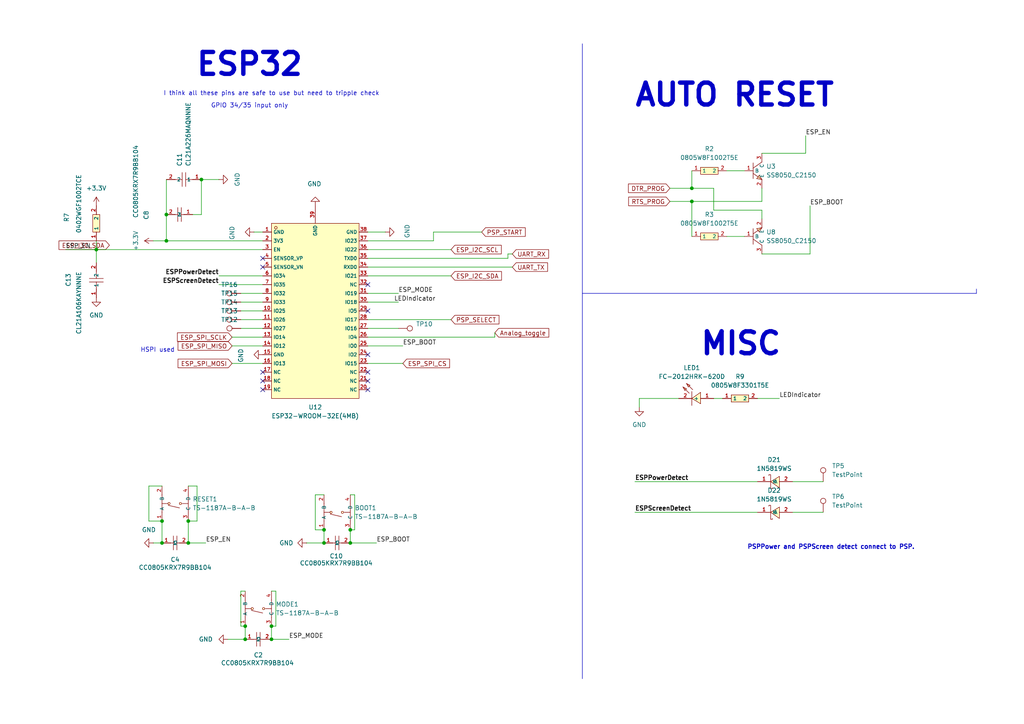
<source format=kicad_sch>
(kicad_sch (version 20231120) (generator "eeschema") (generator_version "8.0")
  (paper "A4")
  (title_block (title "PSP-Bluetooth") (date "2024-07-25") (rev "0.1") (comment 2 "https://github.com/ste2425/PSP-Bluetooth") (comment 4 "UNDER REVIEW - SUBJECT TO CHANGE"))
  (lib_symbols
    (symbol "Connector:TestPoint" (pin_numbers hide) (pin_names (offset 0.762) hide)
      (property "Reference" "TP" (at 0 6.858 0))
      (property "Value" "TestPoint" (at 0 5.08 0))
      (symbol "TestPoint_0_1"
        (circle (center 0 3.302) (radius 0.762))
      )
      (symbol "TestPoint_1_1"
        (pin passive line (at 0 0 90) (length 2.54) (name "1") (number "1"))
      )
    )
    (symbol "JLCPCB_schematic:0402WGF1002TCE"
      (property "Reference" "R" (at 0 1.27 0))
      (property "Value" "0402WGF1002TCE" (at 0 -2.54 0))
      (symbol "0402WGF1002TCE_0_1"
        (rectangle (start -2.54 1.016) (end 2.54 -1.016) (fill (type background)))
        (pin input line (at -5.08 0 0) (length 2.54) (name "1") (number "1"))
        (pin input line (at 5.08 0 180) (length 2.54) (name "2") (number "2"))
      )
    )
    (symbol "JLCPCB_schematic:0805W8F1002T5E"
      (property "Reference" "R" (at 0 1.27 0))
      (property "Value" "0805W8F1002T5E" (at 0 -2.54 0))
      (symbol "0805W8F1002T5E_0_1"
        (rectangle (start -2.54 1.016) (end 2.54 -1.016) (fill (type background)))
        (pin input line (at -5.08 0 0) (length 2.54) (name "1") (number "1"))
        (pin input line (at 5.08 0 180) (length 2.54) (name "2") (number "2"))
      )
    )
    (symbol "JLCPCB_schematic:0805W8F3301T5E"
      (property "Reference" "R" (at 0 1.27 0))
      (property "Value" "0805W8F3301T5E" (at 0 -2.54 0))
      (symbol "0805W8F3301T5E_0_1"
        (rectangle (start -2.54 1.016) (end 2.54 -1.016) (fill (type background)))
        (pin input line (at -5.08 0 0) (length 2.54) (name "1") (number "1"))
        (pin input line (at 5.08 0 180) (length 2.54) (name "2") (number "2"))
      )
    )
    (symbol "JLCPCB_schematic:1N5819WS"
      (property "Reference" "D" (at 0 1.27 0))
      (property "Value" "1N5819WS" (at 0 -2.54 0))
      (symbol "1N5819WS_0_1"
        (polyline (pts (xy -1.27 0) (xy -1.27 -2.032) (xy -0.762 -2.032) (xy -0.762 -1.778)))
        (polyline (pts (xy -1.27 0) (xy -1.27 2.032) (xy -1.778 2.032) (xy -1.778 1.778)))
        (polyline (pts (xy 1.27 1.524) (xy -1.27 0) (xy 1.27 -1.778) (xy 1.27 1.524)) (fill (type background)))
        (pin unspecified line (at -5.08 0 0) (length 3.81) (name "K") (number "1"))
        (pin unspecified line (at 5.08 0 180) (length 3.81) (name "A") (number "2"))
      )
    )
    (symbol "JLCPCB_schematic:CC0805KRX7R9BB104"
      (property "Reference" "C" (at 0 1.27 0))
      (property "Value" "CC0805KRX7R9BB104" (at 0 -2.54 0))
      (symbol "CC0805KRX7R9BB104_0_1"
        (polyline (pts (xy -1.27 0) (xy -0.508 0)))
        (polyline (pts (xy -0.508 2.032) (xy -0.508 -2.032)))
        (polyline (pts (xy 0.508 0) (xy 1.27 0)))
        (polyline (pts (xy 0.508 2.032) (xy 0.508 -2.032)))
        (pin input line (at -3.81 0 0) (length 2.54) (name "1") (number "1"))
        (pin input line (at 3.81 0 180) (length 2.54) (name "2") (number "2"))
      )
    )
    (symbol "JLCPCB_schematic:CL21A106KAYNNNE"
      (property "Reference" "C" (at 0 1.27 0))
      (property "Value" "CL21A106KAYNNNE" (at 0 -2.54 0))
      (symbol "CL21A106KAYNNNE_0_1"
        (polyline (pts (xy -0.508 -2.032) (xy -0.508 2.032)))
        (polyline (pts (xy -0.508 0) (xy -2.54 0)))
        (polyline (pts (xy 0.508 2.032) (xy 0.508 -2.032)))
        (polyline (pts (xy 2.54 0) (xy 0.508 0)))
        (pin unspecified line (at -5.08 0 0) (length 2.54) (name "1") (number "1"))
        (pin unspecified line (at 5.08 0 180) (length 2.54) (name "2") (number "2"))
      )
    )
    (symbol "JLCPCB_schematic:CL21A226MAQNNNE"
      (property "Reference" "C" (at 0 1.27 0))
      (property "Value" "CL21A226MAQNNNE" (at 0 -2.54 0))
      (symbol "CL21A226MAQNNNE_0_1"
        (polyline (pts (xy -0.508 -2.032) (xy -0.508 2.032)))
        (polyline (pts (xy -0.508 0) (xy -2.54 0)))
        (polyline (pts (xy 0.508 2.032) (xy 0.508 -2.032)))
        (polyline (pts (xy 2.54 0) (xy 0.508 0)))
        (pin unspecified line (at -5.08 0 0) (length 2.54) (name "1") (number "1"))
        (pin unspecified line (at 5.08 0 180) (length 2.54) (name "2") (number "2"))
      )
    )
    (symbol "JLCPCB_schematic:ESP32-WROOM-32E(4MB)"
      (property "Reference" "U" (at 0 1.27 0))
      (property "Value" "ESP32-WROOM-32E(4MB)" (at 0 -2.54 0))
      (symbol "ESP32-WROOM-32E(4MB)_0_1"
        (rectangle (start -12.7 25.4001) (end 12.7 -25.4001) (fill (type background)))
        (circle (center -11.43 24.13) (radius 0.381) (fill (type background)))
        (pin unspecified line (at -15.24 22.86 0) (length 2.54) (name "GND") (number "1"))
        (pin unspecified line (at -15.24 0 0) (length 2.54) (name "IO25") (number "10"))
        (pin unspecified line (at -15.24 -2.54 0) (length 2.54) (name "IO26") (number "11"))
        (pin unspecified line (at -15.24 -5.08 0) (length 2.54) (name "IO27") (number "12"))
        (pin unspecified line (at -15.24 -7.62 0) (length 2.54) (name "IO14") (number "13"))
        (pin unspecified line (at -15.24 -10.16 0) (length 2.54) (name "IO12") (number "14"))
        (pin unspecified line (at -15.24 -12.7 0) (length 2.54) (name "GND") (number "15"))
        (pin unspecified line (at -15.24 -15.24 0) (length 2.54) (name "IO13") (number "16"))
        (pin unspecified line (at -15.24 -17.78 0) (length 2.54) (name "NC") (number "17"))
        (pin unspecified line (at -15.24 -20.32 0) (length 2.54) (name "NC") (number "18"))
        (pin unspecified line (at -15.24 -22.86 0) (length 2.54) (name "NC") (number "19"))
        (pin unspecified line (at -15.24 20.32 0) (length 2.54) (name "3V3") (number "2"))
        (pin unspecified line (at 15.24 -22.86 180) (length 2.54) (name "NC") (number "20"))
        (pin unspecified line (at 15.24 -20.32 180) (length 2.54) (name "NC") (number "21"))
        (pin unspecified line (at 15.24 -17.78 180) (length 2.54) (name "NC") (number "22"))
        (pin unspecified line (at 15.24 -15.24 180) (length 2.54) (name "IO15") (number "23"))
        (pin unspecified line (at 15.24 -12.7 180) (length 2.54) (name "IO2") (number "24"))
        (pin unspecified line (at 15.24 -10.16 180) (length 2.54) (name "IO0") (number "25"))
        (pin unspecified line (at 15.24 -7.62 180) (length 2.54) (name "IO4") (number "26"))
        (pin unspecified line (at 15.24 -5.08 180) (length 2.54) (name "IO16") (number "27"))
        (pin unspecified line (at 15.24 -2.54 180) (length 2.54) (name "IO17") (number "28"))
        (pin unspecified line (at 15.24 0 180) (length 2.54) (name "IO5") (number "29"))
        (pin unspecified line (at -15.24 17.78 0) (length 2.54) (name "EN") (number "3"))
        (pin unspecified line (at 15.24 2.54 180) (length 2.54) (name "IO18") (number "30"))
        (pin unspecified line (at 15.24 5.08 180) (length 2.54) (name "IO19") (number "31"))
        (pin unspecified line (at 15.24 7.62 180) (length 2.54) (name "NC") (number "32"))
        (pin unspecified line (at 15.24 10.16 180) (length 2.54) (name "IO21") (number "33"))
        (pin unspecified line (at 15.24 12.7 180) (length 2.54) (name "RXD0") (number "34"))
        (pin unspecified line (at 15.24 15.24 180) (length 2.54) (name "TXD0") (number "35"))
        (pin unspecified line (at 15.24 17.78 180) (length 2.54) (name "IO22") (number "36"))
        (pin unspecified line (at 15.24 20.32 180) (length 2.54) (name "IO23") (number "37"))
        (pin unspecified line (at 15.24 22.86 180) (length 2.54) (name "GND") (number "38"))
        (pin unspecified line (at 0 30.48 270) (length 5.08) (name "GND") (number "39"))
        (pin unspecified line (at -15.24 15.24 0) (length 2.54) (name "SENSOR_VP") (number "4"))
        (pin unspecified line (at -15.24 12.7 0) (length 2.54) (name "SENSOR_VN") (number "5"))
        (pin unspecified line (at -15.24 10.16 0) (length 2.54) (name "IO34") (number "6"))
        (pin unspecified line (at -15.24 7.62 0) (length 2.54) (name "IO35") (number "7"))
        (pin unspecified line (at -15.24 5.08 0) (length 2.54) (name "IO32") (number "8"))
        (pin unspecified line (at -15.24 2.54 0) (length 2.54) (name "IO33") (number "9"))
      )
    )
    (symbol "JLCPCB_schematic:FC-2012HRK-620D"
      (property "Reference" "LED" (at 0 1.27 0))
      (property "Value" "FC-2012HRK-620D" (at 0 -2.54 0))
      (symbol "FC-2012HRK-620D_0_1"
        (polyline (pts (xy -2.032 1.524) (xy -3.81 3.302)))
        (polyline (pts (xy -1.27 2.032) (xy -1.27 -2.032)))
        (polyline (pts (xy -1.016 2.54) (xy -2.794 4.318)))
        (polyline (pts (xy -3.81 3.302) (xy -2.794 2.794) (xy -3.302 2.286) (xy -3.81 3.302)) (fill (type background)))
        (polyline (pts (xy -2.794 4.318) (xy -1.778 3.81) (xy -2.286 3.302) (xy -2.794 4.318)) (fill (type background)))
        (polyline (pts (xy 1.27 -1.524) (xy -1.27 0) (xy 1.27 1.778) (xy 1.27 -1.524)) (fill (type background)))
        (pin unspecified line (at 5.08 0 180) (length 3.81) (name "+") (number "1"))
        (pin unspecified line (at -5.08 0 0) (length 3.81) (name "-") (number "2"))
      )
    )
    (symbol "JLCPCB_schematic:SS8050_C2150"
      (property "Reference" "U" (at 0 1.27 0))
      (property "Value" "SS8050_C2150" (at 0 -2.54 0))
      (symbol "SS8050_C2150_0_1"
        (polyline (pts (xy -2.54 -0.762) (xy 0 -2.54)))
        (polyline (pts (xy -2.54 2.286) (xy -2.54 -2.286)))
        (polyline (pts (xy 0 2.54) (xy -2.54 0.762)))
        (polyline (pts (xy 0 -2.54) (xy -0.762 -1.27) (xy -1.524 -2.286) (xy 0 -2.54)) (fill (type background)))
        (pin unspecified line (at -5.08 0 0) (length 2.54) (name "B") (number "1"))
        (pin unspecified line (at 0 -5.08 90) (length 2.54) (name "E") (number "2"))
        (pin unspecified line (at 0 5.08 270) (length 2.54) (name "C") (number "3"))
      )
    )
    (symbol "JLCPCB_schematic:TS-1187A-B-A-B"
      (property "Reference" "U" (at 0 1.27 0))
      (property "Value" "TS-1187A-B-A-B" (at 0 -2.54 0))
      (symbol "TS-1187A-B-A-B_0_1"
        (circle (center 0 -2.794) (radius 0.3175) (fill (type background)))
        (polyline (pts (xy -2.54 -5.08) (xy 2.54 -5.08)))
        (polyline (pts (xy -2.54 2.54) (xy 2.54 2.54)))
        (polyline (pts (xy -0.508 0.762) (xy -1.27 -2.54)))
        (polyline (pts (xy 0 -3.302) (xy 0 -5.08)))
        (polyline (pts (xy 0 0.762) (xy 0 2.54)))
        (circle (center 0 0.508) (radius 0.3175) (fill (type background)))
        (pin unspecified line (at -5.08 2.54 0) (length 2.54) (name "A") (number "1"))
        (pin unspecified line (at 5.08 2.54 180) (length 2.54) (name "B") (number "2"))
        (pin unspecified line (at -5.08 -5.08 0) (length 2.54) (name "C") (number "3"))
        (pin unspecified line (at 5.08 -5.08 180) (length 2.54) (name "D") (number "4"))
      )
    )
    (symbol "power:+3.3V" (power) (pin_numbers hide) (pin_names (offset 0) hide)
      (property "Value" "+3.3V" (at 0 3.556 0))
      (symbol "+3.3V_0_1"
        (polyline (pts (xy -0.762 1.27) (xy 0 2.54)))
        (polyline (pts (xy 0 0) (xy 0 2.54)))
        (polyline (pts (xy 0 2.54) (xy 0.762 1.27)))
      )
      (symbol "+3.3V_1_1"
        (pin power_in line (at 0 0 90) (length 0) (name "~") (number "1"))
      )
    )
    (symbol "power:GND" (power) (pin_numbers hide) (pin_names (offset 0) hide)
      (property "Value" "GND" (at 0 -3.81 0))
      (symbol "GND_0_1"
        (polyline (pts (xy 0 0) (xy 0 -1.27) (xy 1.27 -1.27) (xy 0 -2.54) (xy -1.27 -1.27) (xy 0 -1.27)))
      )
      (symbol "GND_1_1"
        (pin power_in line (at 0 0 270) (length 0) (name "~") (number "1"))
      )
    )
  )
  (junction (at 101.6 157.48))
  (junction (at 54.61 151.13))
  (junction (at 48.26 62.23))
  (junction (at 200.66 54.61))
  (junction (at 48.26 69.85))
  (junction (at 200.66 58.42))
  (junction (at 27.94 72.39))
  (junction (at 46.99 157.48))
  (junction (at 93.98 153.67))
  (junction (at 78.74 181.61))
  (junction (at 71.12 185.42))
  (junction (at 46.99 151.13))
  (junction (at 71.12 181.61))
  (junction (at 54.61 157.48))
  (junction (at 93.98 157.48))
  (junction (at 58.42 52.07))
  (junction (at 78.74 185.42))
  (junction (at 101.6 153.67))
  (no_connect (at 106.68 107.95))
  (no_connect (at 106.68 113.03))
  (no_connect (at 106.68 110.49))
  (no_connect (at 76.2 107.95))
  (no_connect (at 76.2 74.93))
  (no_connect (at 106.68 90.17))
  (no_connect (at 76.2 110.49))
  (no_connect (at 76.2 113.03))
  (no_connect (at 106.68 82.55))
  (no_connect (at 106.68 102.87))
  (no_connect (at 76.2 77.47))
  (wire (pts (xy 106.68 100.33) (xy 116.84 100.33)))
  (wire (pts (xy 80.01 181.61) (xy 78.74 181.61)))
  (wire (pts (xy 54.61 151.13) (xy 54.61 157.48)))
  (wire (pts (xy 196.85 115.57) (xy 185.42 115.57)))
  (wire (pts (xy 46.99 140.97) (xy 43.18 140.97)))
  (wire (pts (xy 220.98 58.42) (xy 220.98 54.61)))
  (wire (pts (xy 27.94 72.39) (xy 76.2 72.39)))
  (wire (pts (xy 58.42 52.07) (xy 58.42 62.23)))
  (wire (pts (xy 43.18 140.97) (xy 43.18 151.13)))
  (wire (pts (xy 71.12 181.61) (xy 71.12 185.42)))
  (wire (pts (xy 106.68 67.31) (xy 111.76 67.31)))
  (wire (pts (xy 63.5 82.55) (xy 76.2 82.55)))
  (wire (pts (xy 101.6 153.67) (xy 101.6 157.48)))
  (wire (pts (xy 91.44 153.67) (xy 93.98 153.67)))
  (wire (pts (xy 80.01 171.45) (xy 80.01 181.61)))
  (wire (pts (xy 185.42 115.57) (xy 185.42 118.11)))
  (polyline (pts (xy 168.91 85.09) (xy 283.21 85.09)))
  (wire (pts (xy 44.45 69.85) (xy 48.26 69.85)))
  (wire (pts (xy 210.82 49.53) (xy 215.9 49.53)))
  (wire (pts (xy 207.01 54.61) (xy 207.01 60.96)))
  (wire (pts (xy 220.98 44.45) (xy 233.68 44.45)))
  (wire (pts (xy 106.68 95.25) (xy 115.57 95.25)))
  (wire (pts (xy 67.31 100.33) (xy 76.2 100.33)))
  (wire (pts (xy 27.94 69.85) (xy 27.94 72.39)))
  (wire (pts (xy 200.66 54.61) (xy 207.01 54.61)))
  (wire (pts (xy 106.68 105.41) (xy 116.84 105.41)))
  (wire (pts (xy 207.01 60.96) (xy 220.98 60.96)))
  (wire (pts (xy 106.68 72.39) (xy 130.81 72.39)))
  (wire (pts (xy 106.68 85.09) (xy 115.57 85.09)))
  (wire (pts (xy 194.31 54.61) (xy 200.66 54.61)))
  (wire (pts (xy 69.85 181.61) (xy 71.12 181.61)))
  (wire (pts (xy 102.87 153.67) (xy 101.6 153.67)))
  (wire (pts (xy 78.74 181.61) (xy 78.74 185.42)))
  (wire (pts (xy 46.99 151.13) (xy 46.99 157.48)))
  (wire (pts (xy 76.2 69.85) (xy 48.26 69.85)))
  (wire (pts (xy 67.31 97.79) (xy 76.2 97.79)))
  (wire (pts (xy 101.6 143.51) (xy 102.87 143.51)))
  (wire (pts (xy 44.45 157.48) (xy 46.99 157.48)))
  (polyline (pts (xy 168.91 12.7) (xy 168.91 196.85)))
  (wire (pts (xy 220.98 73.66) (xy 234.95 73.66)))
  (wire (pts (xy 69.85 95.25) (xy 76.2 95.25)))
  (wire (pts (xy 48.26 62.23) (xy 48.26 52.07)))
  (wire (pts (xy 69.85 90.17) (xy 76.2 90.17)))
  (wire (pts (xy 73.66 67.31) (xy 76.2 67.31)))
  (polyline (pts (xy 283.21 83.82) (xy 283.21 85.09)))
  (wire (pts (xy 106.68 77.47) (xy 148.59 77.47)))
  (wire (pts (xy 106.68 92.71) (xy 130.81 92.71)))
  (wire (pts (xy 194.31 58.42) (xy 200.66 58.42)))
  (wire (pts (xy 143.51 97.79) (xy 143.51 96.52)))
  (wire (pts (xy 148.59 73.66) (xy 147.32 73.66)))
  (wire (pts (xy 69.85 171.45) (xy 69.85 181.61)))
  (wire (pts (xy 43.18 151.13) (xy 46.99 151.13)))
  (wire (pts (xy 184.15 139.7) (xy 219.71 139.7)))
  (wire (pts (xy 57.15 140.97) (xy 57.15 151.13)))
  (wire (pts (xy 59.69 157.48) (xy 54.61 157.48)))
  (wire (pts (xy 69.85 85.09) (xy 76.2 85.09)))
  (wire (pts (xy 184.15 148.59) (xy 219.71 148.59)))
  (wire (pts (xy 106.68 97.79) (xy 143.51 97.79)))
  (wire (pts (xy 63.5 80.01) (xy 76.2 80.01)))
  (wire (pts (xy 210.82 68.58) (xy 215.9 68.58)))
  (wire (pts (xy 106.68 87.63) (xy 115.57 87.63)))
  (wire (pts (xy 91.44 143.51) (xy 91.44 153.67)))
  (wire (pts (xy 19.05 72.39) (xy 27.94 72.39)))
  (wire (pts (xy 54.61 140.97) (xy 57.15 140.97)))
  (wire (pts (xy 233.68 44.45) (xy 233.68 39.37)))
  (wire (pts (xy 101.6 157.48) (xy 109.22 157.48)))
  (wire (pts (xy 63.5 52.07) (xy 58.42 52.07)))
  (wire (pts (xy 93.98 143.51) (xy 91.44 143.51)))
  (wire (pts (xy 55.88 62.23) (xy 58.42 62.23)))
  (wire (pts (xy 66.04 185.42) (xy 71.12 185.42)))
  (wire (pts (xy 106.68 74.93) (xy 147.32 74.93)))
  (wire (pts (xy 229.87 148.59) (xy 238.76 148.59)))
  (wire (pts (xy 200.66 58.42) (xy 220.98 58.42)))
  (wire (pts (xy 220.98 60.96) (xy 220.98 63.5)))
  (wire (pts (xy 71.12 171.45) (xy 69.85 171.45)))
  (wire (pts (xy 200.66 54.61) (xy 200.66 49.53)))
  (wire (pts (xy 125.73 67.31) (xy 125.73 69.85)))
  (wire (pts (xy 106.68 80.01) (xy 130.81 80.01)))
  (wire (pts (xy 229.87 139.7) (xy 238.76 139.7)))
  (wire (pts (xy 125.73 69.85) (xy 106.68 69.85)))
  (wire (pts (xy 48.26 62.23) (xy 48.26 69.85)))
  (wire (pts (xy 78.74 171.45) (xy 80.01 171.45)))
  (wire (pts (xy 200.66 58.42) (xy 200.66 68.58)))
  (wire (pts (xy 147.32 73.66) (xy 147.32 74.93)))
  (wire (pts (xy 27.94 72.39) (xy 27.94 76.2)))
  (wire (pts (xy 219.71 115.57) (xy 226.06 115.57)))
  (wire (pts (xy 67.31 105.41) (xy 76.2 105.41)))
  (wire (pts (xy 207.01 115.57) (xy 209.55 115.57)))
  (wire (pts (xy 69.85 92.71) (xy 76.2 92.71)))
  (wire (pts (xy 125.73 67.31) (xy 139.7 67.31)))
  (wire (pts (xy 93.98 153.67) (xy 93.98 157.48)))
  (wire (pts (xy 69.85 87.63) (xy 76.2 87.63)))
  (wire (pts (xy 102.87 143.51) (xy 102.87 153.67)))
  (wire (pts (xy 57.15 151.13) (xy 54.61 151.13)))
  (wire (pts (xy 83.82 185.42) (xy 78.74 185.42)))
  (wire (pts (xy 234.95 73.66) (xy 234.95 59.69)))
  (wire (pts (xy 88.9 157.48) (xy 93.98 157.48)))
  (text "ESP32" (at 72.39 18.796 0) (effects (font (size 6.35 6.35) (thickness 1.27) (bold yes))))
  (text "HSPI used" (at 45.72 101.6 0) (effects (font (size 1.27 1.27))))
  (text "PSPPower and PSPScreen detect connect to PSP." (at 241.046 158.75 0) (effects (font (size 1.27 1.27) (bold yes))))
  (text "AUTO RESET" (at 213.106 27.686 0) (effects (font (size 6.35 6.35) (thickness 1.27) (bold yes))))
  (text "I think all these pins are safe to use but need to tripple check" (at 78.74 27.178 0) (effects (font (size 1.27 1.27))))
  (text "GPIO 34/35 input only" (at 72.39 30.734 0) (effects (font (size 1.27 1.27))))
  (text "MISC" (at 214.884 99.822 0) (effects (font (size 6.35 6.35) (bold yes))))
  (label "ESP_BOOT" (at 116.84 100.33 0))
  (label "ESPScreenDetect" (at 184.15 148.59 0) (effects (font (bold yes))))
  (label "ESPPowerDetect" (at 63.5 80.01 180) (effects (font (bold yes))))
  (label "ESP_EN" (at 59.69 157.48 0))
  (label "ESP_EN" (at 19.05 72.39 0))
  (label "ESP_BOOT" (at 234.95 59.69 0))
  (label "ESPPowerDetect" (at 184.15 139.7 0) (effects (font (bold yes))))
  (label "ESP_EN" (at 233.68 39.37 0))
  (label "ESP_BOOT" (at 109.22 157.48 0))
  (label "LEDIndicator" (at 114.3 87.63 0))
  (label "ESP_MODE" (at 83.82 185.42 0))
  (label "ESP_MODE" (at 115.57 85.09 0))
  (label "LEDIndicator" (at 226.06 115.57 0))
  (label "ESPScreenDetect" (at 63.5 82.55 180) (effects (font (bold yes))))
  (global_label "DTR_PROG" (shape input) (at 194.31 54.61 180) (property "Intersheetrefs" "${INTERSHEET_REFS}" (effects (hide yes))))
  (global_label "ESP_I2C_SDA" (shape input) (at 130.81 80.01 0) (property "Intersheetrefs" "${INTERSHEET_REFS}" (effects (hide yes))))
  (global_label "ESP_SPI_SCLK" (shape input) (at 67.31 97.79 180) (property "Intersheetrefs" "${INTERSHEET_REFS}" (effects (hide yes))))
  (global_label "ESP_SPI_MOSI" (shape input) (at 67.31 105.41 180) (property "Intersheetrefs" "${INTERSHEET_REFS}" (effects (hide yes))))
  (global_label "UART_TX" (shape input) (at 148.59 77.47 0) (property "Intersheetrefs" "${INTERSHEET_REFS}" (effects (hide yes))))
  (global_label "UART_RX" (shape input) (at 148.59 73.66 0) (property "Intersheetrefs" "${INTERSHEET_REFS}" (effects (hide yes))))
  (global_label "PSP_SELECT" (shape input) (at 130.81 92.71 0) (property "Intersheetrefs" "${INTERSHEET_REFS}" (effects (hide yes))))
  (global_label "PSP_START" (shape input) (at 139.7 67.31 0) (property "Intersheetrefs" "${INTERSHEET_REFS}" (effects (hide yes))))
  (global_label "ESP_I3C_SDA" (shape input) (at 31.75 71.12 180) (property "Intersheetrefs" "${INTERSHEET_REFS}" (effects (hide yes))))
  (global_label "Analog_toggle" (shape input) (at 143.51 96.52 0) (property "Intersheetrefs" "${INTERSHEET_REFS}" (effects (hide yes))))
  (global_label "ESP_I2C_SCL" (shape input) (at 130.81 72.39 0) (property "Intersheetrefs" "${INTERSHEET_REFS}" (effects (hide yes))))
  (global_label "RTS_PROG" (shape input) (at 194.31 58.42 180) (property "Intersheetrefs" "${INTERSHEET_REFS}" (effects (hide yes))))
  (global_label "ESP_SPI_MISO" (shape input) (at 67.31 100.33 180) (property "Intersheetrefs" "${INTERSHEET_REFS}" (effects (hide yes))))
  (global_label "ESP_SPI_CS" (shape input) (at 116.84 105.41 0) (property "Intersheetrefs" "${INTERSHEET_REFS}" (effects (hide yes))))
  (symbol (lib_id "power:GND") (at 66.04 185.42 270) (unit 1)
    (property "Reference" "#PWR05" (effects (hide yes)))
    (property "Value" "GND" (at 59.69 185.42 90))
    (property "Description" "Power symbol creates a global label with name \"GND\" , ground" (effects (hide yes)))
  )
  (symbol (lib_id "power:GND") (at 91.44 59.69 180) (unit 1)
    (property "Reference" "#PWR057" (effects (hide yes)))
    (property "Value" "GND" (at 91.186 53.34 0))
    (property "Description" "Power symbol creates a global label with name \"GND\" , ground" (effects (hide yes)))
  )
  (symbol (lib_id "JLCPCB_schematic:CL21A226MAQNNNE") (at 53.34 52.07 180) (unit 1)
    (property "Reference" "C11" (at 52.0699 48.26 90) (effects (justify right)))
    (property "Value" "CL21A226MAQNNNE" (at 54.6099 48.26 90) (effects (justify right)))
    (property "Footprint" "JLCPCB_footprint:C0805" (effects (hide yes)))
    (property "Datasheet" "https://item.szlcsc.com/373011.html" (effects (hide yes)))
    (property "Description" "22uF" (effects (hide yes)))
    (property "LCSC" "C45783" (effects (hide yes)))
  )
  (symbol (lib_id "JLCPCB_schematic:0805W8F1002T5E") (at 205.74 68.58 0) (unit 1)
    (property "Reference" "R3" (at 205.74 62.23 0))
    (property "Value" "0805W8F1002T5E" (at 205.74 64.77 0))
    (property "Footprint" "JLCPCB_footprint:R0805" (effects (hide yes)))
    (property "Datasheet" "https://item.szlcsc.com/142685.html" (effects (hide yes)))
    (property "Description" "10k" (effects (hide yes)))
    (property "LCSC" "C17414" (effects (hide yes)))
  )
  (symbol (lib_id "JLCPCB_schematic:CC0805KRX7R9BB104") (at 97.79 157.48 0) (unit 1)
    (property "Reference" "C10" (at 97.536 161.29 0))
    (property "Value" "CC0805KRX7R9BB104" (at 97.536 163.322 0))
    (property "Footprint" "JLCPCB_footprint:C0805" (effects (hide yes)))
    (property "Datasheet" "https://item.szlcsc.com/373011.html" (effects (hide yes)))
    (property "Description" ".1uF" (effects (hide yes)))
    (property "LCSC" "C49678" (effects (hide yes)))
  )
  (symbol (lib_id "Connector:TestPoint") (at 69.85 85.09 90) (unit 1)
    (property "Reference" "TP16" (at 66.548 82.55 90))
    (property "Value" "TestPoint" (effects (hide yes)))
    (property "Footprint" "TestPoint:TestPoint_Pad_1.5x1.5mm" (effects (hide yes)))
    (property "Description" "test point" (effects (hide yes)))
  )
  (symbol (lib_id "JLCPCB_schematic:SS8050_C2150") (at 220.98 49.53 0) (unit 1)
    (property "Reference" "U3" (at 222.25 48.2599 0) (effects (justify left)))
    (property "Value" "SS8050_C2150" (at 222.25 50.7999 0) (effects (justify left)))
    (property "Footprint" "JLCPCB_footprint:SOT-23-3_L2.9-W1.3-P1.90-LS2.4-BR" (effects (hide yes)))
    (property "Datasheet" "https://www.diodes.com/assets/Package-Files/SOT23.pdf" (effects (hide yes)))
    (property "Description" "transistor/mosfet things" (effects (hide yes)))
    (property "LCSC" "C2150" (effects (hide yes)))
  )
  (symbol (lib_id "JLCPCB_schematic:1N5819WS") (at 224.79 139.7 0) (unit 1)
    (property "Reference" "D21" (at 224.536 133.35 0))
    (property "Value" "1N5819WS" (at 224.536 135.89 0))
    (property "Footprint" "JLCPCB_footprint:SOD-323_L1.8-W1.3-LS2.5-RD" (effects (hide yes)))
    (property "Datasheet" "https://item.szlcsc.com/295156.html" (effects (hide yes)))
    (property "Description" "shotkey diode" (effects (hide yes)))
    (property "LCSC" "C191023" (effects (hide yes)))
  )
  (symbol (lib_id "power:GND") (at 111.76 67.31 90) (unit 1)
    (property "Reference" "#PWR058" (effects (hide yes)))
    (property "Value" "GND" (at 118.11 67.056 0))
    (property "Description" "Power symbol creates a global label with name \"GND\" , ground" (effects (hide yes)))
  )
  (symbol (lib_id "Connector:TestPoint") (at 69.85 92.71 90) (unit 1)
    (property "Reference" "TP13" (at 66.548 90.17 90))
    (property "Value" "TestPoint" (effects (hide yes)))
    (property "Footprint" "TestPoint:TestPoint_Pad_1.5x1.5mm" (effects (hide yes)))
    (property "Description" "test point" (effects (hide yes)))
  )
  (symbol (lib_id "power:GND") (at 73.66 67.31 270) (unit 1)
    (property "Reference" "#PWR056" (effects (hide yes)))
    (property "Value" "GND" (at 67.31 67.564 0))
    (property "Description" "Power symbol creates a global label with name \"GND\" , ground" (effects (hide yes)))
  )
  (symbol (lib_id "power:GND") (at 88.9 157.48 270) (unit 1)
    (property "Reference" "#PWR06" (effects (hide yes)))
    (property "Value" "GND" (at 83.058 157.48 90))
    (property "Description" "Power symbol creates a global label with name \"GND\" , ground" (effects (hide yes)))
  )
  (symbol (lib_id "JLCPCB_schematic:TS-1187A-B-A-B") (at 49.53 146.05 90) (unit 1)
    (property "Reference" "RESET1" (at 55.88 144.7799 90) (effects (justify right)))
    (property "Value" "TS-1187A-B-A-B" (at 55.88 147.3199 90) (effects (justify right)))
    (property "Footprint" "JLCPCB_footprint:SW-SMD_4P-L5.1-W5.1-P3.70-LS6.5-TL-2" (effects (hide yes)))
    (property "Datasheet" "https://item.szlcsc.com/300285.html" (effects (hide yes)))
    (property "LCSC" "C318884" (effects (hide yes)))
  )
  (symbol (lib_id "Connector:TestPoint") (at 115.57 95.25 270) (unit 1)
    (property "Reference" "TP10" (at 120.65 93.9799 90) (effects (justify left)))
    (property "Value" "TestPoint" (effects (hide yes)))
    (property "Footprint" "TestPoint:TestPoint_Pad_1.5x1.5mm" (effects (hide yes)))
    (property "Description" "test point" (effects (hide yes)))
  )
  (symbol (lib_id "Connector:TestPoint") (at 238.76 139.7 0) (unit 1)
    (property "Reference" "TP5" (at 241.3 135.1279 0) (effects (justify left)))
    (property "Value" "TestPoint" (at 241.3 137.6679 0) (effects (justify left)))
    (property "Footprint" "TestPoint:TestPoint_Pad_2.5x2.5mm" (effects (hide yes)))
    (property "Description" "test point" (effects (hide yes)))
  )
  (symbol (lib_id "JLCPCB_schematic:0805W8F3301T5E") (at 214.63 115.57 0) (unit 1)
    (property "Reference" "R9" (at 214.63 109.22 0))
    (property "Value" "0805W8F3301T5E" (at 214.63 111.76 0))
    (property "Footprint" "JLCPCB_footprint:R0805" (effects (hide yes)))
    (property "Datasheet" "https://item.szlcsc.com/142685.html" (effects (hide yes)))
    (property "Description" "3.3K" (effects (hide yes)))
    (property "LCSC" "C26010" (effects (hide yes)))
  )
  (symbol (lib_id "JLCPCB_schematic:TS-1187A-B-A-B") (at 96.52 148.59 90) (unit 1)
    (property "Reference" "BOOT1" (at 102.87 147.3199 90) (effects (justify right)))
    (property "Value" "TS-1187A-B-A-B" (at 102.87 149.8599 90) (effects (justify right)))
    (property "Footprint" "JLCPCB_footprint:SW-SMD_4P-L5.1-W5.1-P3.70-LS6.5-TL-2" (effects (hide yes)))
    (property "Datasheet" "https://item.szlcsc.com/300285.html" (effects (hide yes)))
    (property "Description" "boo" (effects (hide yes)))
    (property "LCSC" "C318884" (effects (hide yes)))
  )
  (symbol (lib_id "power:GND") (at 44.45 157.48 270) (unit 1)
    (property "Reference" "#PWR04" (effects (hide yes)))
    (property "Value" "GND" (at 43.18 153.67 90))
    (property "Description" "Power symbol creates a global label with name \"GND\" , ground" (effects (hide yes)))
  )
  (symbol (lib_id "Connector:TestPoint") (at 238.76 148.59 0) (unit 1)
    (property "Reference" "TP6" (at 241.3 144.0179 0) (effects (justify left)))
    (property "Value" "TestPoint" (at 241.3 146.5579 0) (effects (justify left)))
    (property "Footprint" "TestPoint:TestPoint_Pad_2.5x2.5mm" (effects (hide yes)))
    (property "Description" "test point" (effects (hide yes)))
  )
  (symbol (lib_id "power:+3.3V") (at 27.94 59.69 0) (unit 1)
    (property "Reference" "#PWR059" (effects (hide yes)))
    (property "Value" "+3.3V" (at 27.94 54.61 0))
    (property "Description" "Power symbol creates a global label with name \"+3.3V\"" (effects (hide yes)))
  )
  (symbol (lib_id "JLCPCB_schematic:TS-1187A-B-A-B") (at 73.66 176.53 90) (unit 1)
    (property "Reference" "MODE1" (at 80.01 175.2599 90) (effects (justify right)))
    (property "Value" "TS-1187A-B-A-B" (at 80.01 177.7999 90) (effects (justify right)))
    (property "Footprint" "JLCPCB_footprint:SW-SMD_4P-L5.1-W5.1-P3.70-LS6.5-TL-2" (effects (hide yes)))
    (property "Datasheet" "https://item.szlcsc.com/300285.html" (effects (hide yes)))
    (property "LCSC" "C318884" (effects (hide yes)))
  )
  (symbol (lib_id "power:GND") (at 76.2 102.87 270) (unit 1)
    (property "Reference" "#PWR036" (effects (hide yes)))
    (property "Value" "GND" (at 69.85 103.124 0))
    (property "Description" "Power symbol creates a global label with name \"GND\" , ground" (effects (hide yes)))
  )
  (symbol (lib_id "JLCPCB_schematic:CL21A106KAYNNNE") (at 27.94 81.28 90) (unit 1)
    (property "Reference" "C13" (at 19.812 79.248 0) (effects (justify right)))
    (property "Value" "CL21A106KAYNNNE" (at 22.86 78.74 0) (effects (justify right)))
    (property "Footprint" "JLCPCB_footprint:C0805" (effects (hide yes)))
    (property "Datasheet" "https://item.szlcsc.com/373011.html" (effects (hide yes)))
    (property "Description" "10uF" (effects (hide yes)))
    (property "LCSC" "C15850" (effects (hide yes)))
  )
  (symbol (lib_id "Connector:TestPoint") (at 69.85 87.63 90) (unit 1)
    (property "Reference" "TP15" (at 66.548 85.09 90))
    (property "Value" "TestPoint" (effects (hide yes)))
    (property "Footprint" "TestPoint:TestPoint_Pad_1.5x1.5mm" (effects (hide yes)))
    (property "Description" "test point" (effects (hide yes)))
  )
  (symbol (lib_id "Connector:TestPoint") (at 69.85 95.25 90) (unit 1)
    (property "Reference" "TP12" (at 66.548 92.71 90))
    (property "Value" "TestPoint" (effects (hide yes)))
    (property "Footprint" "TestPoint:TestPoint_Pad_1.5x1.5mm" (effects (hide yes)))
    (property "Description" "test point" (effects (hide yes)))
  )
  (symbol (lib_id "Connector:TestPoint") (at 69.85 90.17 90) (unit 1)
    (property "Reference" "TP14" (at 66.548 87.63 90))
    (property "Value" "TestPoint" (effects (hide yes)))
    (property "Footprint" "TestPoint:TestPoint_Pad_1.5x1.5mm" (effects (hide yes)))
    (property "Description" "test point" (effects (hide yes)))
  )
  (symbol (lib_id "JLCPCB_schematic:0805W8F1002T5E") (at 205.74 49.53 0) (unit 1)
    (property "Reference" "R2" (at 205.74 43.18 0))
    (property "Value" "0805W8F1002T5E" (at 205.74 45.72 0))
    (property "Footprint" "JLCPCB_footprint:R0805" (effects (hide yes)))
    (property "Datasheet" "https://item.szlcsc.com/142685.html" (effects (hide yes)))
    (property "Description" "10k" (effects (hide yes)))
    (property "LCSC" "C17414" (effects (hide yes)))
  )
  (symbol (lib_id "power:+3.3V") (at 44.45 69.85 90) (unit 1)
    (property "Reference" "#PWR034" (effects (hide yes)))
    (property "Value" "+3.3V" (at 39.37 69.85 0))
    (property "Description" "Power symbol creates a global label with name \"+3.3V\"" (effects (hide yes)))
  )
  (symbol (lib_id "JLCPCB_schematic:SS8050_C2150") (at 220.98 68.58 0) (mirror x) (unit 1)
    (property "Reference" "U8" (at 222.25 67.3099 0) (effects (justify left)))
    (property "Value" "SS8050_C2150" (at 222.25 69.8499 0) (effects (justify left)))
    (property "Footprint" "JLCPCB_footprint:SOT-23-3_L2.9-W1.3-P1.90-LS2.4-BR" (effects (hide yes)))
    (property "Datasheet" "https://www.diodes.com/assets/Package-Files/SOT23.pdf" (effects (hide yes)))
    (property "Description" "transistor/mosfet things" (effects (hide yes)))
    (property "LCSC" "C2150" (effects (hide yes)))
  )
  (symbol (lib_id "JLCPCB_schematic:FC-2012HRK-620D") (at 201.93 115.57 0) (unit 1)
    (property "Reference" "LED1" (at 200.66 106.68 0))
    (property "Value" "FC-2012HRK-620D" (at 200.66 109.22 0))
    (property "Footprint" "JLCPCB_footprint:LED0805-R-RD" (effects (hide yes)))
    (property "Datasheet" "https://item.szlcsc.com/88042.html" (effects (hide yes)))
    (property "LCSC" "C84256" (effects (hide yes)))
  )
  (symbol (lib_id "JLCPCB_schematic:CC0805KRX7R9BB104") (at 52.07 62.23 180) (unit 1)
    (property "Reference" "C8" (at 42.418 63.754 90) (effects (justify right)))
    (property "Value" "CC0805KRX7R9BB104" (at 39.37 63.246 90) (effects (justify right)))
    (property "Footprint" "JLCPCB_footprint:C0805" (effects (hide yes)))
    (property "Datasheet" "https://item.szlcsc.com/373011.html" (effects (hide yes)))
    (property "Description" ".1uF" (effects (hide yes)))
    (property "LCSC" "C49678" (effects (hide yes)))
  )
  (symbol (lib_id "JLCPCB_schematic:0402WGF1002TCE") (at 27.94 64.77 90) (unit 1)
    (property "Reference" "R7" (at 19.304 61.722 0) (effects (justify right)))
    (property "Value" "0402WGF1002TCE" (at 22.86 50.546 0) (effects (justify right)))
    (property "Footprint" "JLCPCB_footprint:R0402" (effects (hide yes)))
    (property "Datasheet" "https://item.szlcsc.com/323315.html" (effects (hide yes)))
    (property "Description" "10K" (effects (hide yes)))
    (property "LCSC" "C25744" (effects (hide yes)))
  )
  (symbol (lib_id "JLCPCB_schematic:1N5819WS") (at 224.79 148.59 0) (unit 1)
    (property "Reference" "D22" (at 224.536 142.24 0))
    (property "Value" "1N5819WS" (at 224.536 144.78 0))
    (property "Footprint" "JLCPCB_footprint:SOD-323_L1.8-W1.3-LS2.5-RD" (effects (hide yes)))
    (property "Datasheet" "https://item.szlcsc.com/295156.html" (effects (hide yes)))
    (property "Description" "shotkey diode" (effects (hide yes)))
    (property "LCSC" "C191023" (effects (hide yes)))
  )
  (symbol (lib_id "JLCPCB_schematic:CC0805KRX7R9BB104") (at 74.93 185.42 0) (unit 1)
    (property "Reference" "C2" (at 74.93 189.992 0))
    (property "Value" "CC0805KRX7R9BB104" (at 74.676 192.278 0))
    (property "Footprint" "JLCPCB_footprint:C0805" (effects (hide yes)))
    (property "Datasheet" "https://item.szlcsc.com/373011.html" (effects (hide yes)))
    (property "Description" ".1uF" (effects (hide yes)))
    (property "LCSC" "C49678" (effects (hide yes)))
  )
  (symbol (lib_id "JLCPCB_schematic:CC0805KRX7R9BB104") (at 50.8 157.48 0) (unit 1)
    (property "Reference" "C4" (at 50.8 162.306 0))
    (property "Value" "CC0805KRX7R9BB104" (at 50.8 164.592 0))
    (property "Footprint" "JLCPCB_footprint:C0805" (effects (hide yes)))
    (property "Datasheet" "https://item.szlcsc.com/373011.html" (effects (hide yes)))
    (property "Description" ".1uF" (effects (hide yes)))
    (property "LCSC" "C49678" (effects (hide yes)))
  )
  (symbol (lib_id "power:GND") (at 185.42 118.11 0) (unit 1)
    (property "Reference" "#PWR019" (effects (hide yes)))
    (property "Value" "GND" (at 185.42 123.19 0))
    (property "Description" "Power symbol creates a global label with name \"GND\" , ground" (effects (hide yes)))
  )
  (symbol (lib_id "power:GND") (at 27.94 86.36 0) (unit 1)
    (property "Reference" "#PWR060" (effects (hide yes)))
    (property "Value" "GND" (at 27.94 91.44 0))
    (property "Description" "Power symbol creates a global label with name \"GND\" , ground" (effects (hide yes)))
  )
  (symbol (lib_id "power:GND") (at 63.5 52.07 90) (unit 1)
    (property "Reference" "#PWR035" (effects (hide yes)))
    (property "Value" "GND" (at 68.834 52.07 0))
    (property "Description" "Power symbol creates a global label with name \"GND\" , ground" (effects (hide yes)))
  )
  (symbol (lib_id "JLCPCB_schematic:ESP32-WROOM-32E(4MB)") (at 91.44 90.17 0) (unit 1)
    (property "Reference" "U12" (at 91.44 118.11 0))
    (property "Value" "ESP32-WROOM-32E(4MB)" (at 91.44 120.65 0))
    (property "Footprint" "JLCPCB_footprint:WIFI-SMD_ESP32-WROOM-32E" (effects (hide yes)))
    (property "Datasheet" "https://atta.szlcsc.com/upload/public/pdf/source/20220601/0020821B65DE5740BBACA5FACC5CF3B6.pdf" (effects (hide yes)))
    (property "LCSC" "C701341" (effects (hide yes)))
  )
)
</source>
